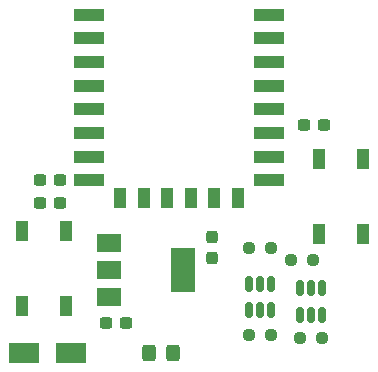
<source format=gtp>
%TF.GenerationSoftware,KiCad,Pcbnew,(6.0.5)*%
%TF.CreationDate,2023-06-01T20:28:18+03:00*%
%TF.ProjectId,led-controller,6c65642d-636f-46e7-9472-6f6c6c65722e,rev?*%
%TF.SameCoordinates,Original*%
%TF.FileFunction,Paste,Top*%
%TF.FilePolarity,Positive*%
%FSLAX46Y46*%
G04 Gerber Fmt 4.6, Leading zero omitted, Abs format (unit mm)*
G04 Created by KiCad (PCBNEW (6.0.5)) date 2023-06-01 20:28:18*
%MOMM*%
%LPD*%
G01*
G04 APERTURE LIST*
G04 Aperture macros list*
%AMRoundRect*
0 Rectangle with rounded corners*
0 $1 Rounding radius*
0 $2 $3 $4 $5 $6 $7 $8 $9 X,Y pos of 4 corners*
0 Add a 4 corners polygon primitive as box body*
4,1,4,$2,$3,$4,$5,$6,$7,$8,$9,$2,$3,0*
0 Add four circle primitives for the rounded corners*
1,1,$1+$1,$2,$3*
1,1,$1+$1,$4,$5*
1,1,$1+$1,$6,$7*
1,1,$1+$1,$8,$9*
0 Add four rect primitives between the rounded corners*
20,1,$1+$1,$2,$3,$4,$5,0*
20,1,$1+$1,$4,$5,$6,$7,0*
20,1,$1+$1,$6,$7,$8,$9,0*
20,1,$1+$1,$8,$9,$2,$3,0*%
G04 Aperture macros list end*
%ADD10RoundRect,0.237500X-0.300000X-0.237500X0.300000X-0.237500X0.300000X0.237500X-0.300000X0.237500X0*%
%ADD11RoundRect,0.237500X-0.250000X-0.237500X0.250000X-0.237500X0.250000X0.237500X-0.250000X0.237500X0*%
%ADD12RoundRect,0.237500X0.237500X-0.300000X0.237500X0.300000X-0.237500X0.300000X-0.237500X-0.300000X0*%
%ADD13R,1.000000X1.700000*%
%ADD14RoundRect,0.237500X0.250000X0.237500X-0.250000X0.237500X-0.250000X-0.237500X0.250000X-0.237500X0*%
%ADD15R,2.500000X1.800000*%
%ADD16RoundRect,0.237500X0.300000X0.237500X-0.300000X0.237500X-0.300000X-0.237500X0.300000X-0.237500X0*%
%ADD17RoundRect,0.150000X-0.150000X0.512500X-0.150000X-0.512500X0.150000X-0.512500X0.150000X0.512500X0*%
%ADD18R,2.000000X1.500000*%
%ADD19R,2.000000X3.800000*%
%ADD20RoundRect,0.250000X0.325000X0.450000X-0.325000X0.450000X-0.325000X-0.450000X0.325000X-0.450000X0*%
%ADD21R,2.500000X1.000000*%
%ADD22R,1.000000X1.800000*%
G04 APERTURE END LIST*
D10*
X98397500Y-104140000D03*
X100122500Y-104140000D03*
D11*
X110539500Y-97790000D03*
X112364500Y-97790000D03*
D12*
X107388000Y-98652500D03*
X107388000Y-96927500D03*
D13*
X95064000Y-96418000D03*
X95064000Y-102718000D03*
X91264000Y-96418000D03*
X91264000Y-102718000D03*
D14*
X112364500Y-105156000D03*
X110539500Y-105156000D03*
D15*
X95450000Y-106680000D03*
X91450000Y-106680000D03*
D16*
X94534500Y-93980000D03*
X92809500Y-93980000D03*
D14*
X115920500Y-98806000D03*
X114095500Y-98806000D03*
X116682500Y-105410000D03*
X114857500Y-105410000D03*
D17*
X112402000Y-100843500D03*
X111452000Y-100843500D03*
X110502000Y-100843500D03*
X110502000Y-103118500D03*
X111452000Y-103118500D03*
X112402000Y-103118500D03*
D10*
X115161500Y-87376000D03*
X116886500Y-87376000D03*
D16*
X94534500Y-92075000D03*
X92809500Y-92075000D03*
D17*
X116720000Y-101224500D03*
X115770000Y-101224500D03*
X114820000Y-101224500D03*
X114820000Y-103499500D03*
X115770000Y-103499500D03*
X116720000Y-103499500D03*
D18*
X98650000Y-97395000D03*
X98650000Y-99695000D03*
D19*
X104950000Y-99695000D03*
D18*
X98650000Y-101995000D03*
D20*
X104095000Y-106680000D03*
X102045000Y-106680000D03*
D13*
X116410000Y-90322000D03*
X116410000Y-96622000D03*
X120210000Y-96622000D03*
X120210000Y-90322000D03*
D21*
X96994000Y-78092000D03*
X96994000Y-80092000D03*
X96994000Y-82092000D03*
X96994000Y-84092000D03*
X96994000Y-86092000D03*
X96994000Y-88092000D03*
X96994000Y-90092000D03*
X96994000Y-92092000D03*
D22*
X99594000Y-93592000D03*
X101594000Y-93592000D03*
X103594000Y-93592000D03*
X105594000Y-93592000D03*
X107594000Y-93592000D03*
X109594000Y-93592000D03*
D21*
X112194000Y-92092000D03*
X112194000Y-90092000D03*
X112194000Y-88092000D03*
X112194000Y-86092000D03*
X112194000Y-84092000D03*
X112194000Y-82092000D03*
X112194000Y-80092000D03*
X112194000Y-78092000D03*
M02*

</source>
